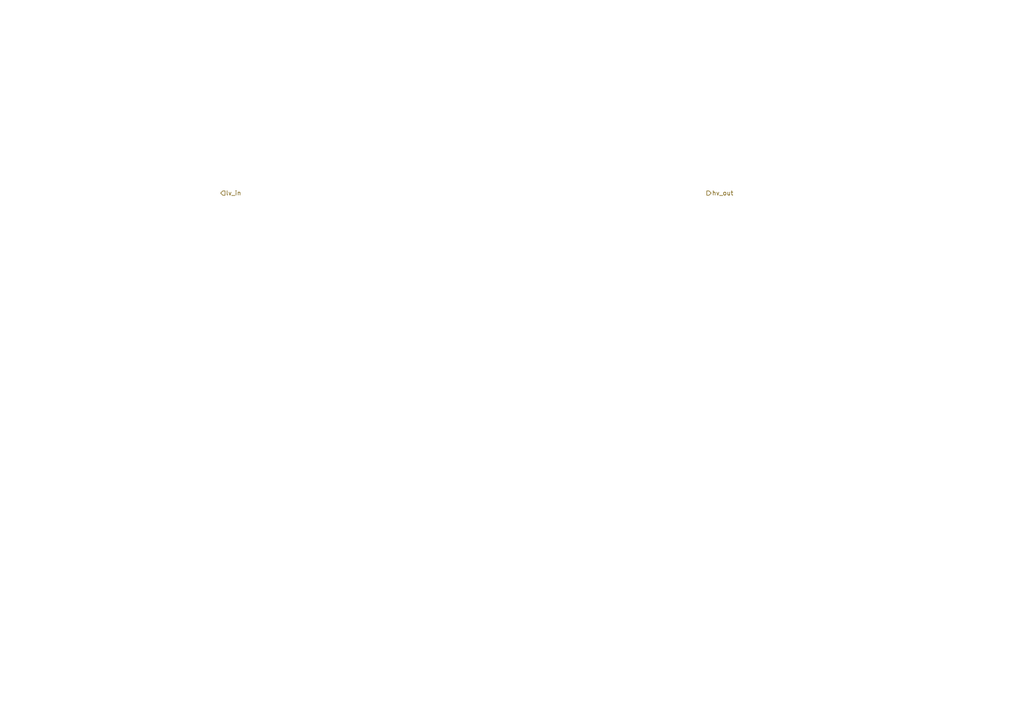
<source format=kicad_sch>
(kicad_sch
	(version 20231120)
	(generator "eeschema")
	(generator_version "8.0")
	(uuid "bbf6d9ab-fb93-4a72-8e74-531484c4ab7c")
	(paper "A4")
	(title_block
		(title "Tiny Nixie Clock")
		(date "2024-07-05")
		(rev "V0R0")
		(comment 1 "creativecommons.org/licenses/by/4.0/")
		(comment 2 "Licence: CC BY 4.0")
		(comment 3 "Author: Michal Palič")
	)
	(lib_symbols)
	(hierarchical_label "hv_out"
		(shape output)
		(at 205 56 0)
		(fields_autoplaced yes)
		(effects
			(font
				(size 1.27 1.27)
			)
			(justify left)
		)
		(uuid "77b8af43-118e-438d-9428-82eb874dcb2d")
	)
	(hierarchical_label "lv_in"
		(shape input)
		(at 64 56 0)
		(fields_autoplaced yes)
		(effects
			(font
				(size 1.27 1.27)
			)
			(justify left)
		)
		(uuid "b37a1a71-f253-4a95-9b09-414af6921191")
	)
)

</source>
